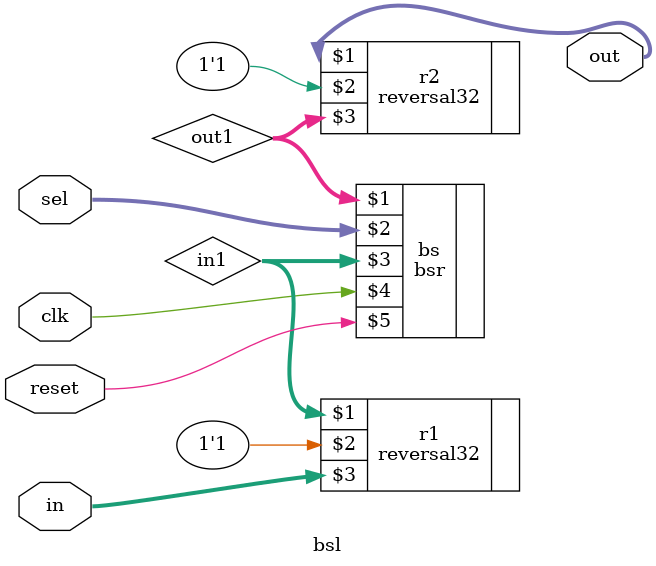
<source format=v>
module bsl(out,sel,in,clk,reset);
input [22:0]in;
input [4:0]sel;
input clk,reset;
output [22:0] out;
wire [22:0]out1,in1;
reversal32 r1(in1,1'b1,in);
bsr bs(out1,sel,in1,clk,reset);
reversal32 r2(out,1'b1,out1);
endmodule
</source>
